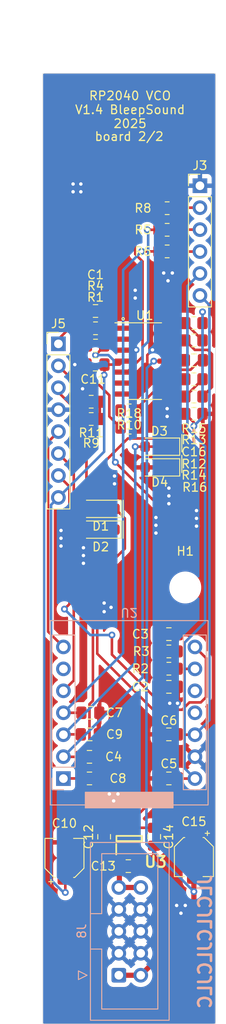
<source format=kicad_pcb>
(kicad_pcb (version 20240108) (generator "pcbnew") (generator_version "8.0")
  (layers (0 "F.Cu" signal) (31 "B.Cu" signal) (34 "B.Paste" user) (35 "F.Paste" user) (36 "B.SilkS" user "B.Silkscreen") (37 "F.SilkS" user "F.Silkscreen") (38 "B.Mask" user) (39 "F.Mask" user) (44 "Edge.Cuts" user))
  (net 0 "")
  (net 1 "GND")
  (net 2 "+12V")
  (net 3 "-12V")
  (net 4 "/Tune")
  (net 5 "/Chord")
  (net 6 "/V{slash}oct")
  (net 7 "+5V")
  (net 8 "+3V3")
  (net 9 "/Inv")
  (net 10 "/OutJack")
  (net 11 "/ChordPot")
  (net 12 "/InvPot")
  (net 13 "/V{slash}octJack")
  (net 14 "/InvJack")
  (net 15 "/TunePot")
  (net 16 "/Out")
  (net 17 "/Push_SW")
  (net 18 "Net-(U3-BYP)")
  (net 19 "/SW_0")
  (net 20 "/SW_1")
  (net 21 "Net-(U1A--)")
  (net 22 "Net-(U1B-+)")
  (net 23 "Net-(U1B--)")
  (net 24 "Net-(U1D--)")
  (net 28 "Net-(C1-Pad2)")
  (net 29 "Net-(C2-Pad1)")
  (net 30 "Net-(R1-Pad1)")
  (net 31 "Net-(R12-Pad2)")
  (net 32 "Net-(R13-Pad2)")
  (net 33 "Net-(U1C--)")
  (footprint "Capacitor_SMD:CP_Elec_4x5.4" (layer "F.Cu") (at 54 127.3 90)
    (property "Reference" "C10" (at 4 0 180) (layer "F.SilkS"))
    (property "Value" "10uF")
    (pad "1" smd roundrect (at -1.8 0 90) (size 2.6 1.6) (layers "F.Cu" "F.Paste" "F.Mask") (roundrect_rratio 0.15625) (net 2 "+12V"))
    (pad "2" smd roundrect (at 1.8 0 90) (size 2.6 1.6) (layers "F.Cu" "F.Paste" "F.Mask") (roundrect_rratio 0.15625) (net 1 "GND"))
  )
  (footprint "Capacitor_SMD:CP_Elec_4x5.4" (layer "F.Cu") (at 69 127.2 -90)
    (property "Reference" "C15" (at -4.1 0 180) (layer "F.SilkS"))
    (property "Value" "10uF")
    (pad "1" smd roundrect (at -1.8 0 270) (size 2.6 1.6) (layers "F.Cu" "F.Paste" "F.Mask") (roundrect_rratio 0.15625) (net 1 "GND"))
    (pad "2" smd roundrect (at 1.8 0 270) (size 2.6 1.6) (layers "F.Cu" "F.Paste" "F.Mask") (roundrect_rratio 0.15625) (net 3 "-12V"))
  )
  (footprint "Resistor_SMD:R_0805_2012Metric_Pad1.20x1.40mm_HandSolder" (layer "F.Cu") (at 66.1 105.4 180)
    (property "Reference" "R2" (at 3.3 0 0) (layer "F.SilkS"))
    (property "Value" "1k")
    (pad "1" smd roundrect (at -1 0 180) (size 1.2 1.4) (layers "F.Cu" "F.Paste" "F.Mask") (roundrect_rratio 0.208333) (net 16 "/Out"))
    (pad "2" smd roundrect (at 1 0 180) (size 1.2 1.4) (layers "F.Cu" "F.Paste" "F.Mask") (roundrect_rratio 0.208333) (net 29 "Net-(C2-Pad1)"))
  )
  (footprint "MountingHole:MountingHole_3.2mm_M3" (layer "F.Cu") (at 68 96)
    (property "Reference" "H1" (at 0 -4.2 0) (layer "F.SilkS"))
    (property "Value" "SpacerHoles")
    (pad "" np_thru_hole circle (at 0 0) (size 3.2 3.2) (drill 3.2) (layers "*.Cu" "*.Mask"))
  )
  (footprint "Resistor_SMD:R_0805_2012Metric_Pad1.20x1.40mm_HandSolder" (layer "F.Cu") (at 69 65.4)
    (property "Reference" "R15" (at 0 12.2 0) (layer "F.SilkS"))
    (property "Value" "22k")
    (pad "1" smd roundrect (at -1 0) (size 1.2 1.4) (layers "F.Cu" "F.Paste" "F.Mask") (roundrect_rratio 0.208333) (net 32 "Net-(R13-Pad2)"))
    (pad "2" smd roundrect (at 1 0) (size 1.2 1.4) (layers "F.Cu" "F.Paste" "F.Mask") (roundrect_rratio 0.208333) (net 9 "/Inv"))
  )
  (footprint "Resistor_SMD:R_0805_2012Metric_Pad1.20x1.40mm_HandSolder" (layer "F.Cu") (at 66.1 103.4 180)
    (property "Reference" "R3" (at 3.2 0 0) (layer "F.SilkS"))
    (property "Value" "1k")
    (pad "1" smd roundrect (at -1 0 180) (size 1.2 1.4) (layers "F.Cu" "F.Paste" "F.Mask") (roundrect_rratio 0.208333) (net 29 "Net-(C2-Pad1)"))
    (pad "2" smd roundrect (at 1 0 180) (size 1.2 1.4) (layers "F.Cu" "F.Paste" "F.Mask") (roundrect_rratio 0.208333) (net 21 "Net-(U1A--)"))
  )
  (footprint "Resistor_SMD:R_0805_2012Metric_Pad1.20x1.40mm_HandSolder" (layer "F.Cu") (at 69 71.9)
    (property "Reference" "R12" (at 0 9.8 0) (layer "F.SilkS"))
    (property "Value" "10k")
    (pad "1" smd roundrect (at -1 0) (size 1.2 1.4) (layers "F.Cu" "F.Paste" "F.Mask") (roundrect_rratio 0.208333) (net 33 "Net-(U1C--)"))
    (pad "2" smd roundrect (at 1 0) (size 1.2 1.4) (layers "F.Cu" "F.Paste" "F.Mask") (roundrect_rratio 0.208333) (net 31 "Net-(R12-Pad2)"))
  )
  (footprint "Capacitor_SMD:C_0805_2012Metric_Pad1.18x1.45mm_HandSolder" (layer "F.Cu") (at 66.1 118.1 180)
    (property "Reference" "C5" (at 0 1.7 0) (layer "F.SilkS"))
    (property "Value" "100nF")
    (pad "1" smd roundrect (at -1.0375 0 180) (size 1.175 1.45) (layers "F.Cu" "F.Paste" "F.Mask") (roundrect_rratio 0.212766) (net 7 "+5V"))
    (pad "2" smd roundrect (at 1.0375 0 180) (size 1.175 1.45) (layers "F.Cu" "F.Paste" "F.Mask") (roundrect_rratio 0.212766) (net 1 "GND"))
  )
  (footprint "Kicad-perso:D_SOD-123" (layer "F.Cu") (at 65 79.7 180)
    (property "Reference" "D3" (at 0 1.7875 0) (layer "F.SilkS"))
    (property "Value" "BAT43")
    (pad "1" smd roundrect (at -1.65 0 180) (size 1.1 1.2) (layers "F.Cu" "F.Paste" "F.Mask") (net 8 "+3V3"))
    (pad "2" smd roundrect (at 1.65 0 180) (size 1.1 1.2) (layers "F.Cu" "F.Paste" "F.Mask") (net 9 "/Inv"))
  )
  (footprint "Capacitor_SMD:C_0805_2012Metric_Pad1.18x1.45mm_HandSolder" (layer "F.Cu") (at 61.4 128.25)
    (property "Reference" "C13" (at -2.9 0 0) (layer "F.SilkS"))
    (property "Value" "1uF")
    (pad "1" smd roundrect (at -1.0375 0) (size 1.175 1.45) (layers "F.Cu" "F.Paste" "F.Mask") (roundrect_rratio 0.212766) (net 2 "+12V"))
    (pad "2" smd roundrect (at 1.0375 0) (size 1.175 1.45) (layers "F.Cu" "F.Paste" "F.Mask") (roundrect_rratio 0.212766) (net 1 "GND"))
  )
  (footprint "Capacitor_SMD:C_0805_2012Metric_Pad1.18x1.45mm_HandSolder" (layer "F.Cu") (at 56.9 115.6)
    (property "Reference" "C4" (at 2.8 0 0) (layer "F.SilkS"))
    (property "Value" "100nF")
    (pad "1" smd roundrect (at -1.0375 0) (size 1.175 1.45) (layers "F.Cu" "F.Paste" "F.Mask") (roundrect_rratio 0.212766) (net 4 "/Tune"))
    (pad "2" smd roundrect (at 1.0375 0) (size 1.175 1.45) (layers "F.Cu" "F.Paste" "F.Mask") (roundrect_rratio 0.212766) (net 1 "GND"))
  )
  (footprint "Connector_PinHeader_2.54mm:PinHeader_1x06_P2.54mm_Vertical" (layer "F.Cu") (at 69.7 49.5)
    (property "Reference" "J3" (at 0 -2.33 0) (layer "F.SilkS"))
    (property "Value" "Conn_01x06_Male" (hide yes))
    (pad "1" thru_hole rect (at 0 0) (size 1.7 1.7) (drill 1) (layers "*.Cu" "*.Mask") (net 1 "GND"))
    (pad "2" thru_hole oval (at 0 2.54) (size 1.7 1.7) (drill 1) (layers "*.Cu" "*.Mask") (net 12 "/InvPot"))
    (pad "3" thru_hole oval (at 0 5.08) (size 1.7 1.7) (drill 1) (layers "*.Cu" "*.Mask") (net 15 "/TunePot"))
    (pad "4" thru_hole oval (at 0 7.62) (size 1.7 1.7) (drill 1) (layers "*.Cu" "*.Mask") (net 11 "/ChordPot"))
    (pad "5" thru_hole oval (at 0 10.16) (size 1.7 1.7) (drill 1) (layers "*.Cu" "*.Mask") (net 7 "+5V"))
    (pad "6" thru_hole oval (at 0 12.7) (size 1.7 1.7) (drill 1) (layers "*.Cu" "*.Mask") (net 8 "+3V3"))
  )
  (footprint "Capacitor_SMD:C_0805_2012Metric_Pad1.18x1.45mm_HandSolder" (layer "F.Cu") (at 66.1 101.4)
    (property "Reference" "C3" (at -3.3 0 0) (layer "F.SilkS"))
    (property "Value" "10nF")
    (pad "1" smd roundrect (at -1.0375 0) (size 1.175 1.45) (layers "F.Cu" "F.Paste" "F.Mask") (roundrect_rratio 0.212766) (net 21 "Net-(U1A--)"))
    (pad "2" smd roundrect (at 1.0375 0) (size 1.175 1.45) (layers "F.Cu" "F.Paste" "F.Mask") (roundrect_rratio 0.212766) (net 1 "GND"))
  )
  (footprint "Kicad-perso:D_SOD-123" (layer "F.Cu") (at 58.2 89.3 180)
    (property "Reference" "D2" (at 0 -2 180) (layer "F.SilkS"))
    (property "Value" "BAT43")
    (pad "1" smd roundrect (at -1.65 0 180) (size 1.1 1.2) (layers "F.Cu" "F.Paste" "F.Mask") (net 6 "/V{slash}oct"))
    (pad "2" smd roundrect (at 1.65 0 180) (size 1.1 1.2) (layers "F.Cu" "F.Paste" "F.Mask") (net 1 "GND"))
  )
  (footprint "Capacitor_SMD:C_0805_2012Metric_Pad1.18x1.45mm_HandSolder" (layer "F.Cu") (at 57.6 64)
    (property "Reference" "C1" (at 0 -4.2 0) (layer "F.SilkS"))
    (property "Value" "10nF")
    (pad "1" smd roundrect (at -1.0375 0) (size 1.175 1.45) (layers "F.Cu" "F.Paste" "F.Mask") (roundrect_rratio 0.212766) (net 10 "/OutJack"))
    (pad "2" smd roundrect (at 1.0375 0) (size 1.175 1.45) (layers "F.Cu" "F.Paste" "F.Mask") (roundrect_rratio 0.212766) (net 28 "Net-(C1-Pad2)"))
  )
  (footprint "Resistor_SMD:R_0805_2012Metric_Pad1.20x1.40mm_HandSolder" (layer "F.Cu") (at 69 75.9 180)
    (property "Reference" "R16" (at -0.1 -8.5 0) (layer "F.SilkS"))
    (property "Value" "33k")
    (pad "1" smd roundrect (at -1 0 180) (size 1.2 1.4) (layers "F.Cu" "F.Paste" "F.Mask") (roundrect_rratio 0.208333) (net 1 "GND"))
    (pad "2" smd roundrect (at 1 0 180) (size 1.2 1.4) (layers "F.Cu" "F.Paste" "F.Mask") (roundrect_rratio 0.208333) (net 9 "/Inv"))
  )
  (footprint "Resistor_SMD:R_0805_2012Metric_Pad1.20x1.40mm_HandSolder" (layer "F.Cu") (at 61.5 77.5)
    (property "Reference" "R18" (at 0 -1.65 0) (layer "F.SilkS"))
    (property "Value" "10k")
    (pad "1" smd roundrect (at -1 0) (size 1.2 1.4) (layers "F.Cu" "F.Paste" "F.Mask") (roundrect_rratio 0.208333) (net 14 "/InvJack"))
    (pad "2" smd roundrect (at 1 0) (size 1.2 1.4) (layers "F.Cu" "F.Paste" "F.Mask") (roundrect_rratio 0.208333) (net 33 "Net-(U1C--)"))
  )
  (footprint "Resistor_SMD:R_0805_2012Metric_Pad1.20x1.40mm_HandSolder" (layer "F.Cu") (at 57.1 76.5)
    (property "Reference" "R9" (at 0 2.8 0) (layer "F.SilkS"))
    (property "Value" "220k")
    (pad "1" smd roundrect (at -1 0) (size 1.2 1.4) (layers "F.Cu" "F.Paste" "F.Mask") (roundrect_rratio 0.208333) (net 13 "/V{slash}octJack"))
    (pad "2" smd roundrect (at 1 0) (size 1.2 1.4) (layers "F.Cu" "F.Paste" "F.Mask") (roundrect_rratio 0.208333) (net 6 "/V{slash}oct"))
  )
  (footprint "Kicad-perso:SOIC-14_3.9x8.7mm_P1.27mm" (layer "F.Cu") (at 63.3 69.8)
    (property "Reference" "U1" (at 0 -5.28 0) (layer "F.SilkS"))
    (property "Value" "TL074")
    (pad "1" smd roundrect (at -2.5 -3.81) (size 2.05 0.6) (layers "F.Cu" "F.Paste" "F.Mask") (net 30 "Net-(R1-Pad1)"))
    (pad "2" smd roundrect (at -2.5 -2.54) (size 2.05 0.6) (layers "F.Cu" "F.Paste" "F.Mask") (net 21 "Net-(U1A--)"))
    (pad "3" smd roundrect (at -2.5 -1.27) (size 2.05 0.6) (layers "F.Cu" "F.Paste" "F.Mask") (net 1 "GND"))
    (pad "4" smd roundrect (at -2.5 0) (size 2.05 0.6) (layers "F.Cu" "F.Paste" "F.Mask") (net 2 "+12V"))
    (pad "5" smd roundrect (at -2.5 1.27) (size 2.05 0.6) (layers "F.Cu" "F.Paste" "F.Mask") (net 22 "Net-(U1B-+)"))
    (pad "6" smd roundrect (at -2.5 2.54) (size 2.05 0.6) (layers "F.Cu" "F.Paste" "F.Mask") (net 23 "Net-(U1B--)"))
    (pad "7" smd roundrect (at -2.5 3.81) (size 2.05 0.6) (layers "F.Cu" "F.Paste" "F.Mask") (net 23 "Net-(U1B--)"))
    (pad "8" smd roundrect (at 2.5 3.81) (size 2.05 0.6) (layers "F.Cu" "F.Paste" "F.Mask") (net 31 "Net-(R12-Pad2)"))
    (pad "9" smd roundrect (at 2.5 2.54) (size 2.05 0.6) (layers "F.Cu" "F.Paste" "F.Mask") (net 33 "Net-(U1C--)"))
    (pad "10" smd roundrect (at 2.5 1.27) (size 2.05 0.6) (layers "F.Cu" "F.Paste" "F.Mask") (net 1 "GND"))
    (pad "11" smd roundrect (at 2.5 0) (size 2.05 0.6) (layers "F.Cu" "F.Paste" "F.Mask") (net 3 "-12V"))
    (pad "12" smd roundrect (at 2.5 -1.27) (size 2.05 0.6) (layers "F.Cu" "F.Paste" "F.Mask") (net 1 "GND"))
    (pad "13" smd roundrect (at 2.5 -2.54) (size 2.05 0.6) (layers "F.Cu" "F.Paste" "F.Mask") (net 24 "Net-(U1D--)"))
    (pad "14" smd roundrect (at 2.5 -3.81) (size 2.05 0.6) (layers "F.Cu" "F.Paste" "F.Mask") (net 32 "Net-(R13-Pad2)"))
  )
  (footprint "Capacitor_SMD:C_0805_2012Metric_Pad1.18x1.45mm_HandSolder" (layer "F.Cu") (at 66.1 107.5)
    (property "Reference" "C2" (at -3.3 0 0) (layer "F.SilkS"))
    (property "Value" "10nF")
    (pad "1" smd roundrect (at -1.0375 0) (size 1.175 1.45) (layers "F.Cu" "F.Paste" "F.Mask") (roundrect_rratio 0.212766) (net 29 "Net-(C2-Pad1)"))
    (pad "2" smd roundrect (at 1.0375 0) (size 1.175 1.45) (layers "F.Cu" "F.Paste" "F.Mask") (roundrect_rratio 0.212766) (net 1 "GND"))
  )
  (footprint "Capacitor_SMD:C_0805_2012Metric_Pad1.18x1.45mm_HandSolder" (layer "F.Cu") (at 58.6 124.85 -90)
    (property "Reference" "C12" (at 0 1.8 90) (layer "F.SilkS"))
    (property "Value" "2.2uF")
    (pad "1" smd roundrect (at -1.0375 0 270) (size 1.175 1.45) (layers "F.Cu" "F.Paste" "F.Mask") (roundrect_rratio 0.212766) (net 7 "+5V"))
    (pad "2" smd roundrect (at 1.0375 0 270) (size 1.175 1.45) (layers "F.Cu" "F.Paste" "F.Mask") (roundrect_rratio 0.212766) (net 1 "GND"))
  )
  (footprint "Resistor_SMD:R_0805_2012Metric_Pad1.20x1.40mm_HandSolder" (layer "F.Cu") (at 57.1 74.5)
    (property "Reference" "R11" (at 0 3.6 0) (layer "F.SilkS"))
    (property "Value" "330k")
    (pad "1" smd roundrect (at -1 0) (size 1.2 1.4) (layers "F.Cu" "F.Paste" "F.Mask") (roundrect_rratio 0.208333) (net 1 "GND"))
    (pad "2" smd roundrect (at 1 0) (size 1.2 1.4) (layers "F.Cu" "F.Paste" "F.Mask") (roundrect_rratio 0.208333) (net 6 "/V{slash}oct"))
  )
  (footprint "Resistor_SMD:R_0805_2012Metric_Pad1.20x1.40mm_HandSolder" (layer "F.Cu") (at 57.6 68)
    (property "Reference" "R1" (at 0 -5.6 0) (layer "F.SilkS"))
    (property "Value" "6.8k")
    (pad "1" smd roundrect (at -1 0) (size 1.2 1.4) (layers "F.Cu" "F.Paste" "F.Mask") (roundrect_rratio 0.208333) (net 30 "Net-(R1-Pad1)"))
    (pad "2" smd roundrect (at 1 0) (size 1.2 1.4) (layers "F.Cu" "F.Paste" "F.Mask") (roundrect_rratio 0.208333) (net 21 "Net-(U1A--)"))
  )
  (footprint "Resistor_SMD:R_0805_2012Metric_Pad1.20x1.40mm_HandSolder" (layer "F.Cu") (at 69 73.9)
    (property "Reference" "R14" (at 0 9.1 0) (layer "F.SilkS"))
    (property "Value" "10k")
    (pad "1" smd roundrect (at -1 0) (size 1.2 1.4) (layers "F.Cu" "F.Paste" "F.Mask") (roundrect_rratio 0.208333) (net 31 "Net-(R12-Pad2)"))
    (pad "2" smd roundrect (at 1 0) (size 1.2 1.4) (layers "F.Cu" "F.Paste" "F.Mask") (roundrect_rratio 0.208333) (net 24 "Net-(U1D--)"))
  )
  (footprint "Capacitor_SMD:C_0805_2012Metric_Pad1.18x1.45mm_HandSolder" (layer "F.Cu") (at 69 69.7 180)
    (property "Reference" "C16" (at 0 -10.6 0) (layer "F.SilkS"))
    (property "Value" "100nF")
    (pad "1" smd roundrect (at -1.0375 0 180) (size 1.175 1.45) (layers "F.Cu" "F.Paste" "F.Mask") (roundrect_rratio 0.212766) (net 1 "GND"))
    (pad "2" smd roundrect (at 1.0375 0 180) (size 1.175 1.45) (layers "F.Cu" "F.Paste" "F.Mask") (roundrect_rratio 0.212766) (net 3 "-12V"))
  )
  (footprint "Connector_PinHeader_2.54mm:PinHeader_1x08_P2.54mm_Vertical" (layer "F.Cu") (at 53.3 67.8)
    (property "Reference" "J5" (at 0 -2.33 0) (layer "F.SilkS"))
    (property "Value" "Conn_01x08_Male")
    (pad "1" thru_hole rect (at 0 0) (size 1.7 1.7) (drill 1) (layers "*.Cu" "*.Mask") (net 10 "/OutJack"))
    (pad "2" thru_hole oval (at 0 2.54) (size 1.7 1.7) (drill 1) (layers "*.Cu" "*.Mask") (net 14 "/InvJack"))
    (pad "3" thru_hole oval (at 0 5.08) (size 1.7 1.7) (drill 1) (layers "*.Cu" "*.Mask") (net 13 "/V{slash}octJack"))
    (pad "4" thru_hole oval (at 0 7.62) (size 1.7 1.7) (drill 1) (layers "*.Cu" "*.Mask") (net 1 "GND"))
    (pad "5" thru_hole oval (at 0 10.16) (size 1.7 1.7) (drill 1) (layers "*.Cu" "*.Mask") (net 19 "/SW_0"))
    (pad "6" thru_hole oval (at 0 12.7) (size 1.7 1.7) (drill 1) (layers "*.Cu" "*.Mask") (net 17 "/Push_SW"))
    (pad "7" thru_hole oval (at 0 15.24) (size 1.7 1.7) (drill 1) (layers "*.Cu" "*.Mask") (net 20 "/SW_1"))
    (pad "8" thru_hole oval (at 0 17.78) (size 1.7 1.7) (drill 1) (layers "*.Cu" "*.Mask") (net 2 "+12V"))
  )
  (footprint "Capacitor_SMD:C_0805_2012Metric_Pad1.18x1.45mm_HandSolder" (layer "F.Cu") (at 56.9375 113)
    (property "Reference" "C9" (at 2.8625 0 0) (layer "F.SilkS"))
    (property "Value" "10nF")
    (pad "1" smd roundrect (at -1.0375 0) (size 1.175 1.45) (layers "F.Cu" "F.Paste" "F.Mask") (roundrect_rratio 0.212766) (net 9 "/Inv"))
    (pad "2" smd roundrect (at 1.0375 0) (size 1.175 1.45) (layers "F.Cu" "F.Paste" "F.Mask") (roundrect_rratio 0.212766) (net 1 "GND"))
  )
  (footprint "Resistor_SMD:R_0805_2012Metric_Pad1.20x1.40mm_HandSolder" (layer "F.Cu") (at 65.9 57.1 180)
    (property "Reference" "R6" (at 2.8 0 0) (layer "F.SilkS"))
    (property "Value" "1k")
    (pad "1" smd roundrect (at -1 0 180) (size 1.2 1.4) (layers "F.Cu" "F.Paste" "F.Mask") (roundrect_rratio 0.208333) (net 11 "/ChordPot"))
    (pad "2" smd roundrect (at 1 0 180) (size 1.2 1.4) (layers "F.Cu" "F.Paste" "F.Mask") (roundrect_rratio 0.208333) (net 5 "/Chord"))
  )
  (footprint "Kicad-perso:D_SOD-123" (layer "F.Cu") (at 65 82.1 180)
    (property "Reference" "D4" (at -0.0325 -1.7125 0) (layer "F.SilkS"))
    (property "Value" "BAT43")
    (pad "1" smd roundrect (at -1.65 0 180) (size 1.1 1.2) (layers "F.Cu" "F.Paste" "F.Mask") (net 9 "/Inv"))
    (pad "2" smd roundrect (at 1.65 0 180) (size 1.1 1.2) (layers "F.Cu" "F.Paste" "F.Mask") (net 1 "GND"))
  )
  (footprint "Resistor_SMD:R_0805_2012Metric_Pad1.20x1.40mm_HandSolder" (layer "F.Cu") (at 61.5 75.5)
    (property "Reference" "R10" (at 0 1.7 0) (layer "F.SilkS"))
    (property "Value" "10k")
    (pad "1" smd roundrect (at -1 0) (size 1.2 1.4) (layers "F.Cu" "F.Paste" "F.Mask") (roundrect_rratio 0.208333) (net 23 "Net-(U1B--)"))
    (pad "2" smd roundrect (at 1 0) (size 1.2 1.4) (layers "F.Cu" "F.Paste" "F.Mask") (roundrect_rratio 0.208333) (net 33 "Net-(U1C--)"))
  )
  (footprint "Resistor_SMD:R_0805_2012Metric_Pad1.20x1.40mm_HandSolder" (layer "F.Cu") (at 57.6 66)
    (property "Reference" "R4" (at 0 -4.9 0) (layer "F.SilkS"))
    (property "Value" "330R")
    (pad "1" smd roundrect (at -1 0) (size 1.2 1.4) (layers "F.Cu" "F.Paste" "F.Mask") (roundrect_rratio 0.208333) (net 28 "Net-(C1-Pad2)"))
    (pad "2" smd roundrect (at 1 0) (size 1.2 1.4) (layers "F.Cu" "F.Paste" "F.Mask") (roundrect_rratio 0.208333) (net 30 "Net-(R1-Pad1)"))
  )
  (footprint "Capacitor_SMD:C_0805_2012Metric_Pad1.18x1.45mm_HandSolder" (layer "F.Cu") (at 57 110.5)
    (property "Reference" "C7" (at 2.8 0 0) (layer "F.SilkS"))
    (property "Value" "100nF")
    (pad "1" smd roundrect (at -1.0375 0) (size 1.175 1.45) (layers "F.Cu" "F.Paste" "F.Mask") (roundrect_rratio 0.212766) (net 5 "/Chord"))
    (pad "2" smd roundrect (at 1.0375 0) (size 1.175 1.45) (layers "F.Cu" "F.Paste" "F.Mask") (roundrect_rratio 0.212766) (net 1 "GND"))
  )
  (footprint "Capacitor_SMD:C_0805_2012Metric_Pad1.18x1.45mm_HandSolder" (layer "F.Cu") (at 56.9 118.1)
    (property "Reference" "C8" (at 3.3 0 0) (layer "F.SilkS"))
    (property "Value" "10nF")
    (pad "1" smd roundrect (at -1.0375 0) (size 1.175 1.45) (layers "F.Cu" "F.Paste" "F.Mask") (roundrect_rratio 0.212766) (net 6 "/V{slash}oct"))
    (pad "2" smd roundrect (at 1.0375 0) (size 1.175 1.45) (layers "F.Cu" "F.Paste" "F.Mask") (roundrect_rratio 0.212766) (net 1 "GND"))
  )
  (footprint "Kicad-perso:D_SOD-123" (layer "F.Cu") (at 58.2 86.9 180)
    (property "Reference" "D1" (at 0 -2 180) (layer "F.SilkS"))
    (property "Value" "BAT43")
    (pad "1" smd roundrect (at -1.65 0 180) (size 1.1 1.2) (layers "F.Cu" "F.Paste" "F.Mask") (net 8 "+3V3"))
    (pad "2" smd roundrect (at 1.65 0 180) (size 1.1 1.2) (layers "F.Cu" "F.Paste" "F.Mask") (net 6 "/V{slash}oct"))
  )
  (footprint "Resistor_SMD:R_0805_2012Metric_Pad1.20x1.40mm_HandSolder" (layer "F.Cu") (at 65.9 54.6 180)
    (property "Reference" "R5" (at 2.8 0 0) (layer "F.SilkS"))
    (property "Value" "1k")
    (pad "1" smd roundrect (at -1 0 180) (size 1.2 1.4) (layers "F.Cu" "F.Paste" "F.Mask") (roundrect_rratio 0.208333) (net 15 "/TunePot"))
    (pad "2" smd roundrect (at 1 0 180) (size 1.2 1.4) (layers "F.Cu" "F.Paste" "F.Mask") (roundrect_rratio 0.208333) (net 4 "/Tune"))
  )
  (footprint "Capacitor_SMD:C_0805_2012Metric_Pad1.18x1.45mm_HandSolder" (layer "F.Cu") (at 64.4 124.85 -90)
    (property "Reference" "C14" (at 0 -1.68 90) (layer "F.SilkS"))
    (property "Value" "100pF")
    (pad "1" smd roundrect (at -1.0375 0 270) (size 1.175 1.45) (layers "F.Cu" "F.Paste" "F.Mask") (roundrect_rratio 0.212766) (net 18 "Net-(U3-BYP)"))
    (pad "2" smd roundrect (at 1.0375 0 270) (size 1.175 1.45) (layers "F.Cu" "F.Paste" "F.Mask") (roundrect_rratio 0.212766) (net 1 "GND"))
  )
  (footprint "Capacitor_SMD:C_0805_2012Metric_Pad1.18x1.45mm_HandSolder" (layer "F.Cu") (at 57.6 70.2 180)
    (property "Reference" "C11" (at 0.3 -1.7 0) (layer "F.SilkS"))
    (property "Value" "100nF")
    (pad "1" smd roundrect (at -1.0375 0 180) (size 1.175 1.45) (layers "F.Cu" "F.Paste" "F.Mask") (roundrect_rratio 0.212766) (net 2 "+12V"))
    (pad "2" smd roundrect (at 1.0375 0 180) (size 1.175 1.45) (layers "F.Cu" "F.Paste" "F.Mask") (roundrect_rratio 0.212766) (net 1 "GND"))
  )
  (footprint "Resistor_SMD:R_0805_2012Metric_Pad1.20x1.40mm_HandSolder" (layer "F.Cu") (at 65.9 52.1 180)
    (property "Reference" "R8" (at 2.8 0 0) (layer "F.SilkS"))
    (property "Value" "10k")
    (pad "1" smd roundrect (at -1 0 180) (size 1.2 1.4) (layers "F.Cu" "F.Paste" "F.Mask") (roundrect_rratio 0.208333) (net 12 "/InvPot"))
    (pad "2" smd roundrect (at 1 0 180) (size 1.2 1.4) (layers "F.Cu" "F.Paste" "F.Mask") (roundrect_rratio 0.208333) (net 22 "Net-(U1B-+)"))
  )
  (footprint "Capacitor_SMD:C_0805_2012Metric_Pad1.18x1.45mm_HandSolder" (layer "F.Cu") (at 66.1 113 180)
    (property "Reference" "C6" (at 0 1.6 0) (layer "F.SilkS"))
    (property "Value" "10uF")
    (pad "1" smd roundrect (at -1.0375 0 180) (size 1.175 1.45) (layers "F.Cu" "F.Paste" "F.Mask") (roundrect_rratio 0.212766) (net 8 "+3V3"))
    (pad "2" smd roundrect (at 1.0375 0 180) (size 1.175 1.45) (layers "F.Cu" "F.Paste" "F.Mask") (roundrect_rratio 0.212766) (net 1 "GND"))
  )
  (footprint "Kicad-perso:SOT95P282X130-5N" (layer "F.Cu") (at 61.5 125.05 90)
    (property "Reference" "U3" (at -2.7075 3.06 0) (layer "F.SilkS") (effects (font (size 1.27 1.27) (thickness 0.254))))
    (property "Value" "AP2210K-5.0TRG1" (hide yes))
    (pad "1" smd rect (at -1.25 -0.95 180) (size 0.6 1.2) (layers "F.Cu" "F.Paste" "F.Mask") (net 2 "+12V"))
    (pad "2" smd rect (at -1.25 0 180) (size 0.6 1.2) (layers "F.Cu" "F.Paste" "F.Mask") (net 1 "GND"))
    (pad "3" smd rect (at -1.25 0.95 180) (size 0.6 1.2) (layers "F.Cu" "F.Paste" "F.Mask") (net 2 "+12V"))
    (pad "4" smd rect (at 1.25 0.95 180) (size 0.6 1.2) (layers "F.Cu" "F.Paste" "F.Mask") (net 18 "Net-(U3-BYP)"))
    (pad "5" smd rect (at 1.25 -0.95 180) (size 0.6 1.2) (layers "F.Cu" "F.Paste" "F.Mask") (net 7 "+5V"))
  )
  (footprint "Resistor_SMD:R_0805_2012Metric_Pad1.20x1.40mm_HandSolder" (layer "F.Cu") (at 69 67.4)
    (property "Reference" "R13" (at 0 11.5 0) (layer "F.SilkS"))
    (property "Value" "10k")
    (pad "1" smd roundrect (at -1 0) (size 1.2 1.4) (layers "F.Cu" "F.Paste" "F.Mask") (roundrect_rratio 0.208333) (net 24 "Net-(U1D--)"))
    (pad "2" smd roundrect (at 1 0) (size 1.2 1.4) (layers "F.Cu" "F.Paste" "F.Mask") (roundrect_rratio 0.208333) (net 32 "Net-(R13-Pad2)"))
  )
  (footprint "Connector_IDC:IDC-Header_2x05_P2.54mm_Vertical" (layer "B.Cu") (at 60.3 140.88)
    (property "Reference" "J8" (at -4.3 -5.1 90) (layer "B.SilkS") (effects (justify mirror)))
    (property "Value" "Power Input")
    (pad "1" thru_hole roundrect (at 0 0) (size 1.7 1.7) (drill 1) (layers "*.Cu" "*.Mask") (roundrect_rratio 0.147059) (net 3 "-12V"))
    (pad "2" thru_hole circle (at 2.54 0) (size 1.7 1.7) (drill 1) (layers "*.Cu" "*.Mask") (net 3 "-12V"))
    (pad "3" thru_hole circle (at 0 -2.54) (size 1.7 1.7) (drill 1) (layers "*.Cu" "*.Mask") (net 1 "GND"))
    (pad "4" thru_hole circle (at 2.54 -2.54) (size 1.7 1.7) (drill 1) (layers "*.Cu" "*.Mask") (net 1 "GND"))
    (pad "5" thru_hole circle (at 0 -5.08) (size 1.7 1.7) (drill 1) (layers "*.Cu" "*.Mask") (net 1 "GND"))
    (pad "6" thru_hole circle (at 2.54 -5.08) (size 1.7 1.7) (drill 1) (layers "*.Cu" "*.Mask") (net 1 "GND"))
    (pad "7" thru_hole circle (at 0 -7.62) (size 1.7 1.7) (drill 1) (layers "*.Cu" "*.Mask") (net 1 "GND"))
    (pad "8" thru_hole circle (at 2.54 -7.62) (size 1.7 1.7) (drill 1) (layers "*.Cu" "*.Mask") (net 1 "GND"))
    (pad "9" thru_hole circle (at 0 -10.16) (size 1.7 1.7) (drill 1) (layers "*.Cu" "*.Mask") (net 2 "+12V"))
    (pad "10" thru_hole circle (at 2.54 -10.16) (size 1.7 1.7) (drill 1) (layers "*.Cu" "*.Mask") (net 2 "+12V"))
  )
  (footprint "Kicad-perso:Seed XIAO RP2040" (layer "B.Cu") (at 61.5 110.5)
    (property "Reference" "U2" (at 0 -11.6 180) (layer "B.SilkS") (effects (justify mirror)))
    (property "Value" "Seed_XIAO_RP2040")
    (pad "1" thru_hole rect (at -7.62 7.62) (size 1.7 1.7) (drill 1) (layers "*.Cu" "*.Mask") (net 6 "/V{slash}oct"))
    (pad "2" thru_hole circle (at -7.62 5.08) (size 1.7 1.7) (drill 1) (layers "*.Cu" "*.Mask") (net 4 "/Tune"))
    (pad "3" thru_hole circle (at -7.62 2.54) (size 1.7 1.7) (drill 1) (layers "*.Cu" "*.Mask") (net 9 "/Inv"))
    (pad "4" thru_hole circle (at -7.62 0) (size 1.7 1.7) (drill 1) (layers "*.Cu" "*.Mask") (net 5 "/Chord"))
    (pad "5" thru_hole circle (at -7.62 -2.54) (size 1.7 1.7) (drill 1) (layers "*.Cu" "*.Mask") (net 17 "/Push_SW"))
    (pad "6" thru_hole circle (at -7.62 -5.08) (size 1.7 1.7) (drill 1) (layers "*.Cu" "*.Mask"))
    (pad "7" thru_hole circle (at -7.62 -7.62) (size 1.7 1.7) (drill 1) (layers "*.Cu" "*.Mask") (net 19 "/SW_0"))
    (pad "8" thru_hole circle (at 7.62 -7.62) (size 1.7 1.7) (drill 1) (layers "*.Cu" "*.Mask") (net 20 "/SW_1"))
    (pad "9" thru_hole circle (at 7.62 -5.08) (size 1.7 1.7) (drill 1) (layers "*.Cu" "*.Mask") (net 16 "/Out"))
    (pad "10" thru_hole circle (at 7.62 -2.54) (size 1.7 1.7) (drill 1) (layers "*.Cu" "*.Mask"))
    (pad "11" thru_hole circle (at 7.62 0) (size 1.7 1.7) (drill 1) (layers "*.Cu" "*.Mask"))
    (pad "12" thru_hole circle (at 7.62 2.54) (size 1.7 1.7) (drill 1) (layers "*.Cu" "*.Mask") (net 8 "+3V3"))
    (pad "13" thru_hole circle (at 7.62 5.08) (size 1.7 1.7) (drill 1) (layers "*.Cu" "*.Mask") (net 1 "GND"))
    (pad "14" thru_hole circle (at 7.62 7.62) (size 1.7 1.7) (drill 1) (layers "*.Cu" "*.Mask") (net 7 "+5V"))
  )
  (gr_line (start 67.6 80.7) (end 67.6 82.7) (stroke (width 0.12)) (layer "F.SilkS"))
  (gr_circle (center 60.8 64.9) (end 60.9 65) (stroke (width 0.12)) (fill none) (layer "F.SilkS"))
  (gr_line (start 60.8 88.3) (end 60.8 90.3) (stroke (width 0.12)) (layer "F.SilkS"))
  (gr_line (start 67.6 78.3) (end 67.6 80.3) (stroke (width 0.12)) (layer "F.SilkS"))
  (gr_line (start 60.8 85.9) (end 60.8 87.9) (stroke (width 0.12)) (layer "F.SilkS"))
  (gr_line (start 71.5 36.5) (end 71.5 146.5) (stroke (width 0.05)) (layer "Edge.Cuts"))
  (gr_line (start 51.5 36.5) (end 51.5 146.5) (stroke (width 0.05)) (layer "Edge.Cuts"))
  (gr_line (start 51.5 146.5) (end 71.5 146.5) (stroke (width 0.05)) (layer "Edge.Cuts"))
  (gr_line (start 51.5 36.5) (end 71.5 36.5) (stroke (width 0.05)) (layer "Edge.Cuts"))
  (gr_text "JLCJLCJLCJLC" (at 70.3 137 90) (layer "B.SilkS") (effects (font (size 1.5 1.5) (thickness 0.3)) (justify mirror)))
  (gr_text "RP2040 VCO\nV1.4 BleepSound\n2025" (at 61.6 40.7 0) (layer "F.SilkS") (effects (font (size 1 1))))
  (gr_text "board 2/2" (at 61.5 43.8 0) (layer "F.SilkS") (effects (font (size 1 1))))
  (segment (start 63.5995 69.1005) (end 64.2 68.5) (width 0.3) (layer "F.Cu") (net 1))
  (segment (start 62.4375 128.25) (end 61.5 127.3125) (width 0.3) (layer "F.Cu") (net 1))
  (segment (start 66.07 70.8) (end 65.8 71.07) (width 0.3) (layer "F.Cu") (net 1))
  (segment (start 64.23 68.53) (end 64.2 68.5) (width 0.3) (layer "F.Cu") (net 1))
  (segment (start 68.611764 70.8) (end 66.07 70.8) (width 0.3) (layer "F.Cu") (net 1))
  (segment (start 65.8 68.53) (end 64.23 68.53) (width 0.3) (layer "F.Cu") (net 1))
  (segment (start 61.5 127.3125) (end 61.5 126.3) (width 0.3) (layer "F.Cu") (net 1))
  (segment (start 60.83 68.5) (end 60.8 68.53) (width 0.3) (layer "F.Cu") (net 1))
  (segment (start 69.711764 69.7) (end 68.611764 70.8) (width 0.3) (layer "F.Cu") (net 1))
  (segment (start 64.558839 71.07) (end 63.5995 70.110661) (width 0.3) (layer "F.Cu") (net 1))
  (segment (start 63.5995 70.110661) (end 63.5995 69.1005) (width 0.3) (layer "F.Cu") (net 1))
  (segment (start 62.3 68.5) (end 60.83 68.5) (width 0.3) (layer "F.Cu") (net 1))
  (segment (start 65.8 71.07) (end 64.558839 71.07) (width 0.3) (layer "F.Cu") (net 1))
  (segment (start 70.0375 69.7) (end 69.711764 69.7) (width 0.3) (layer "F.Cu") (net 1))
  (via (at 56.2 92.3) (size 0.8) (drill 0.4) (layers "F.Cu" "B.Cu") (net 1))
  (via (at 55.9 49.3) (size 0.8) (drill 0.4) (layers "F.Cu" "B.Cu") (net 1))
  (via (at 64.6 87.9) (size 0.8) (drill 0.4) (layers "F.Cu" "B.Cu") (net 1))
  (via (at 59.4 98.3) (size 0.8) (drill 0.4) (layers "F.Cu" "B.Cu") (net 1))
  (via (at 56.2 91.4) (size 0.8) (drill 0.4) (layers "F.Cu" "B.Cu") (net 1))
  (via (at 65.9 76.2) (size 0.8) (drill 0.4) (layers "F.Cu" "B.Cu") (net 1))
  (via (at 67 132.8) (size 0.8) (drill 0.4) (layers "F.Cu" "B.Cu") (net 1))
  (via (at 59.2 119.9) (size 0.8) (drill 0.4) (layers "F.Cu" "B.Cu") (net 1))
  (via (at 62.2 62.5) (size 0.8) (drill 0.4) (layers "F.Cu" "B.Cu") (net 1))
  (via (at 53.6 89.4) (size 0.8) (drill 0.4) (layers "F.Cu" "B.Cu") (net 1))
  (via (at 65.5 59.6) (size 0.8) (drill 0.4) (layers "F.Cu" "B.Cu") (net 1))
  (via (at 53.6 90.3) (size 0.8) (drill 0.4) (layers "F.Cu" "B.Cu") (net 1))
  (via (at 55.2 70.2) (size 0.8) (drill 0.4) (layers "F.Cu" "B.Cu") (net 1))
  (via (at 67.5 133.7) (size 0.8) (drill 0.4) (layers "F.Cu" "B.Cu") (net 1))
  (via (at 66 60.5) (size 0.8) (drill 0.4) (layers "F.Cu" "B.Cu") (net 1))
  (via (at 56.2 93.2) (size 0.8) (drill 0.4) (layers "F.Cu" "B.Cu") (net 1))
  (via (at 64.6 89.7) (size 0.8) (drill 0.4) (layers "F.Cu" "B.Cu") (net 1))
  (via (at 69.3 88) (size 0.8) (drill 0.4) (layers "F.Cu" "B.Cu") (net 1))
  (via (at 55.9 50.2) (size 0.8) (drill 0.4) (layers "F.Cu" "B.Cu") (net 1))
  (via (at 69.3 87.1) (size 0.8) (drill 0.4) (layers "F.Cu" "B.Cu") (net 1))
  (via (at 64.2 68.5) (size 0.8) (drill 0.4) (layers "F.Cu" "B.Cu") (net 1))
  (via (at 53.6 91.2) (size 0.8) (drill 0.4) (layers "F.Cu" "B.Cu") (net 1))
  (via (at 59.7 120.7) (size 0.8) (drill 0.4) (layers "F.Cu" "B.Cu") (net 1))
  (via (at 66.1 85.4) (size 0.8) (drill 0.4) (layers "F.Cu" "B.Cu") (net 1))
  (via (at 69.3 88.9) (size 0.8) (drill 0.4) (layers "F.Cu" "B.Cu") (net 1))
  (via (at 66.1 86.3) (size 0.8) (drill 0.4) (layers "F.Cu" "B.Cu") (net 1))
  (via (at 59.8 84) (size 0.8) (drill 0.4) (layers "F.Cu" "B.Cu") (net 1))
  (via (at 67.1 109.4) (size 0.8) (drill 0.4) (layers "F.Cu" "B.Cu") (net 1))
  (via (at 58.6 98.8) (size 0.8) (drill 0.4) (layers "F.Cu" "B.Cu") (net 1))
  (via (at 58.6 97.8) (size 0.8) (drill 0.4) (layers "F.Cu" "B.Cu") (net 1))
  (via (at 59.8 83.1) (size 0.8) (drill 0.4) (layers "F.Cu" "B.Cu") (net 1))
  (via (at 64.6 88.8) (size 0.8) (drill 0.4) (layers "F.Cu" "B.Cu") (net 1))
  (via (at 56.1 73) (size 0.8) (drill 0.4) (layers "F.Cu" "B.Cu") (net 1))
  (via (at 68 132.8) (size 0.8) (drill 0.4) (layers "F.Cu" "B.Cu") (net 1))
  (via (at 66.5 59.6) (size 0.8) (drill 0.4) (layers "F.Cu" "B.Cu") (net 1))
  (via (at 66.2 109.4) (size 0.8) (drill 0.4) (layers "F.Cu" "B.Cu") (net 1))
  (via (at 55 49.3) (size 0.8) (drill 0.4) (layers "F.Cu" "B.Cu") (net 1))
  (via (at 60.2 119.9) (size 0.8) (drill 0.4) (layers "F.Cu" "B.Cu") (net 1))
  (via (at 55 50.2) (size 0.8) (drill 0.4) (layers "F.Cu" "B.Cu") (net 1))
  (via (at 66.1 84.5) (size 0.8) (drill 0.4) (layers "F.Cu" "B.Cu") (net 1))
  (via (at 62.3 68.5) (size 0.8) (drill 0.4) (layers "F.Cu" "B.Cu") (net 1))
  (via (at 62.2 61.6) (size 0.8) (drill 0.4) (layers "F.Cu" "B.Cu") (net 1))
  (via (at 65.9 75.3) (size 0.8) (drill 0.4) (layers "F.Cu" "B.Cu") (net 1))
  (segment (start 54.1 131.3) (end 54.1 129.2) (width 0.3) (layer "F.Cu") (net 2))
  (segment (start 60.3625 130.6575) (end 60.3 130.72) (width 0.6) (layer "F.Cu") (net 2))
  (segment (start 58.6375 70.2) (end 60.4 70.2) (width 0.3) (layer "F.Cu") (net 2))
  (segment (start 60.3625 128.25) (end 60.3625 130.6575) (width 0.6) (layer "F.Cu") (net 2))
  (segment (start 60.3625 126.4875) (end 60.55 126.3) (width 0.6) (layer "F.Cu") (net 2))
  (segment (start 60.3625 128.25) (end 54.85 128.25) (width 0.6) (layer "F.Cu") (net 2))
  (segment (start 62.45 125.65) (end 62.1 125.3) (width 0.3) (layer "F.Cu") (net 2))
  (segment (start 54.85 128.25) (end 54 129.1) (width 0.6) (layer "F.Cu") (net 2))
  (segment (start 62.84 130.72) (end 60.3 130.72) (width 0.6) (layer "F.Cu") (net 2))
  (segment (start 60.4 70.2) (end 60.8 69.8) (width 0.3) (layer "F.Cu") (net 2))
  (segment (start 60.55 125.65) (end 60.55 126.3) (width 0.3) (layer "F.Cu") (net 2))
  (segment (start 62.1 125.3) (end 60.9 125.3) (width 0.3) (layer "F.Cu") (net 2))
  (segment (start 60.9 125.3) (end 60.55 125.65) (width 0.3) (layer "F.Cu") (net 2))
  (segment (start 60.3625 128.25) (end 60.3625 126.4875) (width 0.6) (layer "F.Cu") (net 2))
  (segment (start 54.1 129.2) (end 54 129.1) (width 0.3) (layer "F.Cu") (net 2))
  (segment (start 58.6375 71.3625) (end 58.6 71.4) (width 0.3) (layer "F.Cu") (net 2))
  (segment (start 62.45 126.3) (end 62.45 125.65) (width 0.3) (layer "F.Cu") (net 2))
  (segment (start 58.6375 70.2) (end 58.6375 71.3625) (width 0.3) (layer "F.Cu") (net 2))
  (via (at 54.1 131.3) (size 0.8) (drill 0.4) (layers "F.Cu" "B.Cu") (net 2))
  (via (at 58.6 71.4) (size 0.8) (drill 0.4) (layers "F.Cu" "B.Cu") (net 2))
  (segment (start 53.9 131.3) (end 54.1 131.3) (width 0.3) (layer "B.Cu") (net 2))
  (segment (start 52.45 129.85) (end 53.9 131.3) (width 0.3) (layer "B.Cu") (net 2))
  (segment (start 58.6 71.4) (end 58.6 80.28) (width 0.3) (layer "B.Cu") (net 2))
  (segment (start 58.6 80.28) (end 53.3 85.58) (width 0.3) (layer "B.Cu") (net 2))
  (segment (start 52.45 86.43) (end 52.45 129.85) (width 0.3) (layer "B.Cu") (net 2))
  (segment (start 53.3 85.58) (end 52.45 86.43) (width 0.3) (layer "B.Cu") (net 2))
  (segment (start 69 129) (end 69 131.2) (width 0.6) (layer "F.Cu") (net 3))
  (segment (start 69 134.72) (end 69 131.2) (width 0.6) (layer "F.Cu") (net 3))
  (segment (start 62.84 140.88) (end 69 134.72) (width 0.6) (layer "F.Cu") (net 3))
  (segment (start 60.3 140.88) (end 62.84 140.88) (width 0.6) (layer "F.Cu") (net 3))
  (segment (start 67.9625 69.8) (end 65.8 69.8) (width 0.3) (layer "F.Cu") (net 3))
  (segment (start 65.8 69.8) (end 64.3495 69.8) (width 0.3) (layer "F.Cu") (net 3))
  (via (at 64.3495 69.8) (size 0.8) (drill 0.4) (layers "F.Cu" "B.Cu") (net 3))
  (via (at 69 131.2) (size 0.8) (drill 0.4) (layers "F.Cu" "B.Cu") (net 3))
  (segment (start 63.55 106.617107) (end 63.5 106.667107) (width 0.3) (layer "B.Cu") (net 3))
  (segment (start 64.3495 69.8) (end 63.55 70.5995) (width 0.3) (layer "B.Cu") (net 3))
  (segment (start 63.55 70.5995) (end 63.55 106.617107) (width 0.3) (layer "B.Cu") (net 3))
  (segment (start 63.5 125.7) (end 69 131.2) (width 0.3) (layer "B.Cu") (net 3))
  (segment (start 63.5 106.667107) (end 63.5 125.7) (width 0.3) (layer "B.Cu") (net 3))
  (segment (start 63.6 54.6) (end 64.9 54.6) (width 0.3) (layer "F.Cu") (net 4))
  (segment (start 53.9 115.6) (end 53.88 115.58) (width 0.3) (layer "F.Cu") (net 4))
  (segment (start 55.8625 115.6) (end 53.9 115.6) (width 0.3) (layer "F.Cu") (net 4))
  (via (at 63.6 54.6) (size 0.8) (drill 0.4) (layers "F.Cu" "B.Cu") (net 4))
  (segment (start 63.7 54.7) (end 63.7 67.539339) (width 0.3) (layer "B.Cu") (net 4))
  (segment (start 63.7 67.539339) (end 63.05 68.189339) (width 0.3) (layer "B.Cu") (net 4))
  (segment (start 63.05 106.41) (end 53.88 115.58) (width 0.3) (layer "B.Cu") (net 4))
  (segment (start 63.6 54.6) (end 63.7 54.7) (width 0.3) (layer "B.Cu") (net 4))
  (segment (start 63.05 68.189339) (end 63.05 106.41) (width 0.3) (layer "B.Cu") (net 4))
  (segment (start 55.9625 110.5) (end 53.88 110.5) (width 0.3) (layer "F.Cu") (net 5))
  (segment (start 64.9 57.1) (end 62.9495 57.1) (width 0.3) (layer "F.Cu") (net 5))
  (via (at 62.9495 57.1) (size 0.8) (drill 0.4) (layers "F.Cu" "B.Cu") (net 5))
  (segment (start 60.8 103.58) (end 53.88 110.5) (width 0.3) (layer "B.Cu") (net 5))
  (segment (start 62.9495 57.1) (end 60.8 59.2495) (width 0.3) (layer "B.Cu") (net 5))
  (segment (start 60.8 59.2495) (end 60.8 103.58) (width 0.3) (layer "B.Cu") (net 5))
  (segment (start 53.9 118.1) (end 53.88 118.12) (width 0.3) (layer "F.Cu") (net 6))
  (segment (start 57.3 91.85) (end 59.85 89.3) (width 0.3) (layer "F.Cu") (net 6))
  (segment (start 56.9 117.0625) (end 56.9 109.5) (width 0.3) (layer "F.Cu") (net 6))
  (segment (start 59.85 89.3) (end 58.95 89.3) (width 0.3) (layer "F.Cu") (net 6))
  (segment (start 57.3 109.1) (end 57.3 91.85) (width 0.3) (layer "F.Cu") (net 6))
  (segment (start 56.9 109.5) (end 57.3 109.1) (width 0.3) (layer "F.Cu") (net 6))
  (segment (start 55.8625 118.1) (end 53.9 118.1) (width 0.3) (layer "F.Cu") (net 6))
  (segment (start 58.95 89.3) (end 56.55 86.9) (width 0.3) (layer "F.Cu") (net 6))
  (segment (start 56.55 78.05) (end 58.1 76.5) (width 0.3) (layer "F.Cu") (net 6))
  (segment (start 58.1 76.5) (end 58.1 74.5) (width 0.3) (layer "F.Cu") (net 6))
  (segment (start 56.55 86.9) (end 56.55 78.05) (width 0.3) (layer "F.Cu") (net 6))
  (segment (start 55.8625 118.1) (end 56.9 117.0625) (width 0.3) (layer "F.Cu") (net 6))
  (segment (start 60.5375 123.8125) (end 60.55 123.8) (width 0.3) (layer "F.Cu") (net 7))
  (segment (start 61.023528 123.8) (end 66.723528 118.1) (width 0.3) (layer "F.Cu") (net 7))
  (segment (start 66.723528 118.1) (end 67.1375 118.1) (width 0.3) (layer "F.Cu") (net 7))
  (segment (start 67.1575 118.12) (end 67.1375 118.1) (width 0.3) (layer "F.Cu") (net 7))
  (segment (start 60.55 123.8) (end 61.023528 123.8) (width 0.3) (layer "F.Cu") (net 7))
  (segment (start 69.12 118.12) (end 67.1575 118.12) (width 0.3) (layer "F.Cu") (net 7))
  (segment (start 58.6 123.8125) (end 60.5375 123.8125) (width 0.3) (layer "F.Cu") (net 7))
  (segment (start 70.3 100.002943) (end 70.3 79.660661) (width 0.3) (layer "B.Cu") (net 7))
  (segment (start 68.25 77.610661) (end 68.25 61.11) (width 0.3) (layer "B.Cu") (net 7))
  (segment (start 68.25 61.11) (end 69.7 59.66) (width 0.3) (layer "B.Cu") (net 7))
  (segment (start 67.92 116.92) (end 67.92 102.382943) (width 0.3) (layer "B.Cu") (net 7))
  (segment (start 70.3 79.660661) (end 68.25 77.610661) (width 0.3) (layer "B.Cu") (net 7))
  (segment (start 69.12 118.12) (end 67.92 116.92) (width 0.3) (layer "B.Cu") (net 7))
  (segment (start 67.92 102.382943) (end 70.3 100.002943) (width 0.3) (layer "B.Cu") (net 7))
  (segment (start 59.85 86.9) (end 58.8 85.85) (width 0.3) (layer "F.Cu") (net 8))
  (segment (start 66.65 79.7) (end 65.7 78.75) (width 0.3) (layer "F.Cu") (net 8))
  (segment (start 61.35 78.75) (end 58.8 81.3) (width 0.3) (layer "F.Cu") (net 8))
  (segment (start 69.12 113.04) (end 67.1775 113.04) (width 0.3) (layer "F.Cu") (net 8))
  (segment (start 57.8 103.6625) (end 67.1375 113) (width 0.3) (layer "F.Cu") (net 8))
  (segment (start 61 91.5) (end 57.8 94.7) (width 0.3) (layer "F.Cu") (net 8))
  (segment (start 61 88) (end 61 91.5) (width 0.3) (layer "F.Cu") (net 8))
  (segment (start 58.8 85.85) (end 58.8 81.3) (width 0.3) (layer "F.Cu") (net 8))
  (segment (start 59.85 86.9) (end 59.9 86.9) (width 0.3) (layer "F.Cu") (net 8))
  (segment (start 65.7 78.75) (end 61.35 78.75) (width 0.3) (layer "F.Cu") (net 8))
  (segment (start 59.9 86.9) (end 61 88) (width 0.3) (layer "F.Cu") (net 8))
  (segment (start 67.1775 113.04) (end 67.1375 113) (width 0.3) (layer "F.Cu") (net 8))
  (segment (start 57.8 94.7) (end 57.8 103.6625) (width 0.3) (layer "F.Cu") (net 8))
  (segment (start 70.8 111.36) (end 70.8 63.3) (width 0.3) (layer "B.Cu") (net 8))
  (segment (start 69.12 113.04) (end 70.8 111.36) (width 0.3) (layer "B.Cu") (net 8))
  (segment (start 70.8 63.3) (end 69.7 62.2) (width 0.3) (layer "B.Cu") (net 8))
  (segment (start 64.25 79.7) (end 63.35 79.7) (width 0.3) (layer "F.Cu") (net 9))
  (segment (start 70 65.6) (end 70 64.1) (width 0.3) (layer "F.Cu") (net 9))
  (segment (start 69 77.3) (end 69 79.75) (width 0.3) (layer "F.Cu") (net 9))
  (segment (start 69 77.3) (end 69 76.9) (width 0.3) (layer "F.Cu") (net 9))
  (segment (start 69 79.75) (end 66.65 82.1) (width 0.3) (layer "F.Cu") (net 9))
  (segment (start 69 76.9) (end 68 75.9) (width 0.3) (layer "F.Cu") (net 9))
  (segment (start 66.45 81.9) (end 64.25 79.7) (width 0.3) (layer "F.Cu") (net 9))
  (segment (start 53.92 113) (end 53.88 113.04) (width 0.3) (layer "F.Cu") (net 9))
  (segment (start 55.9 113) (end 53.92 113) (width 0.3) (layer "F.Cu") (net 9))
  (segment (start 62.2 79.7) (end 63.35 79.7) (width 0.3) (layer "F.Cu") (net 9))
  (via (at 69 77.3) (size 0.8) (drill 0.4) (layers "F.Cu" "B.Cu") (net 9))
  (via (at 62.2 79.7) (size 0.8) (drill 0.4) (layers "F.Cu" "B.Cu") (net 9))
  (via (at 70 64.1) (size 0.8) (drill 0.4) (layers "F.Cu" "B.Cu") (net 9))
  (segment (start 62.2 79.7) (end 62.2 104.72) (width 0.3) (layer "B.Cu") (net 9))
  (segment (start 62.2 104.72) (end 53.88 113.04) (width 0.3) (layer "B.Cu") (net 9))
  (segment (start 70 76.3) (end 69 77.3) (width 0.3) (layer "B.Cu") (net 9))
  (segment (start 70 64.1) (end 70 76.3) (width 0.3) (layer "B.Cu") (net 9))
  (segment (start 53.3 67.2625) (end 56.5625 64) (width 0.3) (layer "F.Cu") (net 10))
  (segment (start 53.3 67.8) (end 53.3 67.2625) (width 0.3) (layer "F.Cu") (net 10))
  (segment (start 66.92 57.12) (end 66.9 57.1) (width 0.3) (layer "F.Cu") (net 11))
  (segment (start 69.7 57.12) (end 66.92 57.12) (width 0.3) (layer "F.Cu") (net 11))
  (segment (start 69.7 52.04) (end 66.96 52.04) (width 0.3) (layer "F.Cu") (net 12))
  (segment (start 66.96 52.04) (end 66.9 52.1) (width 0.3) (layer "F.Cu") (net 12))
  (segment (start 56.1 76.5) (end 56.1 76.2) (width 0.3) (layer "F.Cu") (net 13))
  (segment (start 53.3 73.4) (end 53.3 72.88) (width 0.3) (layer "F.Cu") (net 13))
  (segment (start 56.1 76.2) (end 53.3 73.4) (width 0.3) (layer "F.Cu") (net 13))
  (segment (start 54.66 71.7) (end 57.151472 71.7) (width 0.3) (layer "F.Cu") (net 14))
  (segment (start 59.2 76.2) (end 60.5 77.5) (width 0.3) (layer "F.Cu") (net 14))
  (segment (start 53.3 70.34) (end 54.66 71.7) (width 0.3) (layer "F.Cu") (net 14))
  (segment (start 59.2 73.748528) (end 59.2 76.2) (width 0.3) (layer "F.Cu") (net 14))
  (segment (start 57.151472 71.7) (end 59.2 73.748528) (width 0.3) (layer "F.Cu") (net 14))
  (segment (start 69.7 54.58) (end 66.92 54.58) (width 0.3) (layer "F.Cu") (net 15))
  (segment (start 66.92 54.58) (end 66.9 54.6) (width 0.3) (layer "F.Cu") (net 15))
  (segment (start 67.12 105.42) (end 67.1 105.4) (width 0.3) (layer "F.Cu") (net 16))
  (segment (start 69.12 105.42) (end 67.12 105.42) (width 0.3) (layer "F.Cu") (net 16))
  (segment (start 55.08 82.28) (end 53.3 80.5) (width 0.3) (layer "F.Cu") (net 17))
  (segment (start 53.88 107.96) (end 55.08 106.76) (width 0.3) (layer "F.Cu") (net 17))
  (segment (start 55.08 106.76) (end 55.08 82.28) (width 0.3) (layer "F.Cu") (net 17))
  (segment (start 62.4625 123.8125) (end 62.45 123.8) (width 0.3) (layer "F.Cu") (net 18))
  (segment (start 64.4 123.8125) (end 62.4625 123.8125) (width 0.3) (layer "F.Cu") (net 18))
  (segment (start 52.1 79.16) (end 53.3 77.96) (width 0.3) (layer "F.Cu") (net 19))
  (segment (start 52.1 101.1) (end 52.1 79.16) (width 0.3) (layer "F.Cu") (net 19))
  (segment (start 53.88 102.88) (end 52.1 101.1) (width 0.3) (layer "F.Cu") (net 19))
  (segment (start 68.482943 109.3) (end 69.8 109.3) (width 0.3) (layer "F.Cu") (net 20))
  (segment (start 54.58 84.32) (end 54.58 97.92) (width 0.3) (layer "F.Cu") (net 20))
  (segment (start 54.58 97.92) (end 54 98.5) (width 0.3) (layer "F.Cu") (net 20))
  (segment (start 53.3 83.04) (end 54.58 84.32) (width 0.3) (layer "F.Cu") (net 20))
  (segment (start 65.889339 110.15) (end 67.632943 110.15) (width 0.3) (layer "F.Cu") (net 20))
  (segment (start 70.4 104.16) (end 69.12 102.88) (width 0.3) (layer "F.Cu") (net 20))
  (segment (start 59.5 101.5) (end 59.5 103.760661) (width 0.3) (layer "F.Cu") (net 20))
  (segment (start 59.5 103.760661) (end 65.889339 110.15) (width 0.3) (layer "F.Cu") (net 20))
  (segment (start 70.4 108.7) (end 70.4 104.16) (width 0.3) (layer "F.Cu") (net 20))
  (segment (start 69.8 109.3) (end 70.4 108.7) (width 0.3) (layer "F.Cu") (net 20))
  (segment (start 67.632943 110.15) (end 68.482943 109.3) (width 0.3) (layer "F.Cu") (net 20))
  (via (at 54 98.5) (size 0.8) (drill 0.4) (layers "F.Cu" "B.Cu") (net 20))
  (via (at 59.5 101.5) (size 0.8) (drill 0.4) (layers "F.Cu" "B.Cu") (net 20))
  (segment (start 57 101.5) (end 59.5 101.5) (width 0.3) (layer "B.Cu") (net 20))
  (segment (start 54 98.5) (end 57 101.5) (width 0.3) (layer "B.Cu") (net 20))
  (segment (start 65.0625 103.3625) (end 65.1 103.4) (width 0.3) (layer "F.Cu") (net 21))
  (segment (start 65.7 100.7625) (end 65.0625 101.4) (width 0.3) (layer "F.Cu") (net 21))
  (segment (start 59.9 81.5) (end 65.7 87.3) (width 0.3) (layer "F.Cu") (net 21))
  (segment (start 58.6 68) (end 58.6 68.1) (width 0.3) (layer "F.Cu") (net 21))
  (segment (start 58.6 68.1) (end 57.6 69.1) (width 0.3) (layer "F.Cu") (net 21))
  (segment (start 65.7 87.3) (end 65.7 100.7625) (width 0.3) (layer "F.Cu") (net 21))
  (segment (start 59.34 67.26) (end 60.8 67.26) (width 0.3) (layer "F.Cu") (net 21))
  (segment (start 65.0625 101.4) (end 65.0625 103.3625) (width 0.3) (layer "F.Cu") (net 21))
  (segment (start 58.6 68) (end 59.34 67.26) (width 0.3) (layer "F.Cu") (net 21))
  (via (at 57.6 69.1) (size 0.8) (drill 0.4) (layers "F.Cu" "B.Cu") (net 21))
  (via (at 59.9 81.5) (size 0.8) (drill 0.4) (layers "F.Cu" "B.Cu") (net 21))
  (segment (start 59.7 81.1) (end 59.7 81.3) (width 0.3) (layer "B.Cu") (net 21))
  (segment (start 59.7 69.7) (end 59.7 81.1) (width 0.3) (layer "B.Cu") (net 21))
  (segment (start 57.6 69.1) (end 59.1 69.1) (width 0.3) (layer "B.Cu") (net 21))
  (segment (start 59.7 81.3) (end 59.9 81.5) (width 0.3) (layer "B.Cu") (net 21))
  (segment (start 59.1 69.1) (end 59.7 69.7) (width 0.3) (layer "B.Cu") (net 21))
  (segment (start 60.8 71.07) (end 61.262107 71.07) (width 0.3) (layer "F.Cu") (net 22))
  (segment (start 64 52.1) (end 64.888839 52.1) (width 0.3) (layer "F.Cu") (net 22))
  (segment (start 63.05 69.282107) (end 63.05 58.261161) (width 0.3) (layer "F.Cu") (net 22))
  (segment (start 62.1995 57.410661) (end 62.1995 53.9005) (width 0.3) (layer "F.Cu") (net 22))
  (segment (start 63.05 58.261161) (end 62.1995 57.410661) (width 0.3) (layer "F.Cu") (net 22))
  (segment (start 61.262107 71.07) (end 63.05 69.282107) (width 0.3) (layer "F.Cu") (net 22))
  (segment (start 62.1995 53.9005) (end 64 52.1) (width 0.3) (layer "F.Cu") (net 22))
  (segment (start 60.8 75.2) (end 60.5 75.5) (width 0.3) (layer "F.Cu") (net 23))
  (segment (start 60.8 73.61) (end 60.8 75.2) (width 0.3) (layer "F.Cu") (net 23))
  (segment (start 60.8 72.34) (end 60.8 73.61) (width 0.3) (layer "F.Cu") (net 23))
  (segment (start 70.6 68.5) (end 71.1 69) (width 0.3) (layer "F.Cu") (net 24))
  (segment (start 68 67.6) (end 66.14 67.6) (width 0.3) (layer "F.Cu") (net 24))
  (segment (start 71.1 69) (end 71.1 72.8) (width 0.3) (layer "F.Cu") (net 24))
  (segment (start 69.1 68.5) (end 70.6 68.5) (width 0.3) (layer "F.Cu") (net 24))
  (segment (start 66.14 67.6) (end 65.8 67.26) (width 0.3) (layer "F.Cu") (net 24))
  (segment (start 68 67.4) (end 69.1 68.5) (width 0.3) (layer "F.Cu") (net 24))
  (segment (start 71.1 72.8) (end 70 73.9) (width 0.3) (layer "F.Cu") (net 24))
  (segment (start 58.6375 64.0625) (end 56.7 66) (width 0.3) (layer "F.Cu") (net 28))
  (segment (start 56.7 66) (end 56.6 66) (width 0.3) (layer "F.Cu") (net 28))
  (segment (start 58.6375 64) (end 58.6375 64.0625) (width 0.3) (layer "F.Cu") (net 28))
  (segment (start 65.0625 105.4375) (end 65.1 105.4) (width 0.3) (layer "F.Cu") (net 29))
  (segment (start 65.0625 107.5) (end 65.0625 105.4375) (width 0.3) (layer "F.Cu") (net 29))
  (segment (start 67.1 103.4) (end 65.1 105.4) (width 0.3) (layer "F.Cu") (net 29))
  (segment (start 60.8 65.99) (end 58.61 65.99) (width 0.3) (layer "F.Cu") (net 30))
  (segment (start 58.61 65.99) (end 58.6 66) (width 0.3) (layer "F.Cu") (net 30))
  (segment (start 58.6 66) (end 56.6 68) (width 0.3) (layer "F.Cu") (net 30))
  (segment (start 65.8 73.61) (end 67.71 73.61) (width 0.3) (layer "F.Cu") (net 31))
  (segment (start 70 71.9) (end 68 73.9) (width 0.3) (layer "F.Cu") (net 31))
  (segment (start 67.71 73.61) (end 68 73.9) (width 0.3) (layer "F.Cu") (net 31))
  (segment (start 65.8 65.99) (end 67.41 65.99) (width 0.3) (layer "F.Cu") (net 32))
  (segment (start 67.41 65.99) (end 68 65.4) (width 0.3) (layer "F.Cu") (net 32))
  (segment (start 70 67.4) (end 70 67.6) (width 0.3) (layer "F.Cu") (net 32))
  (segment (start 68 65.4) (end 70 67.4) (width 0.3) (layer "F.Cu") (net 32))
  (segment (start 65.8 72.34) (end 65.337893 72.34) (width 0.3) (layer "F.Cu") (net 33))
  (segment (start 62.5 75.177893) (end 62.5 75.5) (width 0.3) (layer "F.Cu") (net 33))
  (segment (start 68 71.9) (end 66.24 71.9) (width 0.3) (layer "F.Cu") (net 33))
  (segment (start 66.24 71.9) (end 65.8 72.34) (width 0.3) (layer "F.Cu") (net 33))
  (segment (start 62.5 77.5) (end 62.5 75.5) (width 0.3) (layer "F.Cu") (net 33))
  (segment (start 65.337893 72.34) (end 62.5 75.177893) (width 0.3) (layer "F.Cu") (net 33))
  (zone (net 1) (net_name "GND") (layer "F.Cu") (connect_pads (clearance 0.508)) (min_thickness 0.254) (fill yes (thermal_gap 0.508) (thermal_bridge_width 0.508))
    (polygon (pts (xy 71.5 146.5) (xy 51.5 146.5) (xy 51.5 36.5) (xy 71.5 36.5)))
  )
  (zone (net 1) (net_name "GND") (layer "B.Cu") (connect_pads (clearance 0.508)) (min_thickness 0.254) (fill yes (thermal_gap 0.508) (thermal_bridge_width 0.508))
    (polygon (pts (xy 71.5 146.5) (xy 51.5 146.5) (xy 51.5 36.5) (xy 71.5 36.5)))
  )
)
</source>
